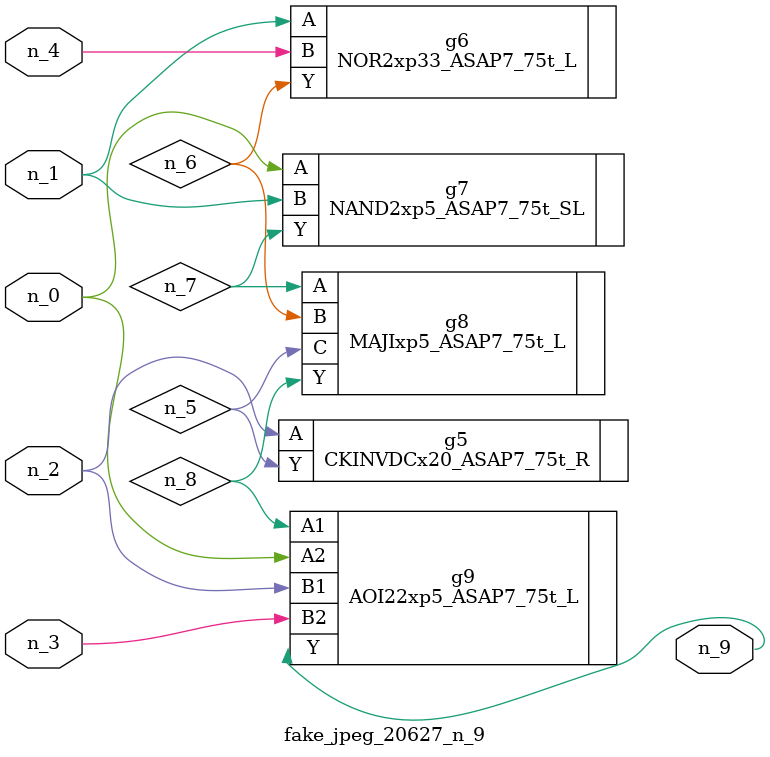
<source format=v>
module fake_jpeg_20627_n_9 (n_3, n_2, n_1, n_0, n_4, n_9);

input n_3;
input n_2;
input n_1;
input n_0;
input n_4;

output n_9;

wire n_8;
wire n_6;
wire n_5;
wire n_7;

CKINVDCx20_ASAP7_75t_R g5 ( 
.A(n_2),
.Y(n_5)
);

NOR2xp33_ASAP7_75t_L g6 ( 
.A(n_1),
.B(n_4),
.Y(n_6)
);

NAND2xp5_ASAP7_75t_SL g7 ( 
.A(n_0),
.B(n_1),
.Y(n_7)
);

MAJIxp5_ASAP7_75t_L g8 ( 
.A(n_7),
.B(n_6),
.C(n_5),
.Y(n_8)
);

AOI22xp5_ASAP7_75t_L g9 ( 
.A1(n_8),
.A2(n_0),
.B1(n_2),
.B2(n_3),
.Y(n_9)
);


endmodule
</source>
